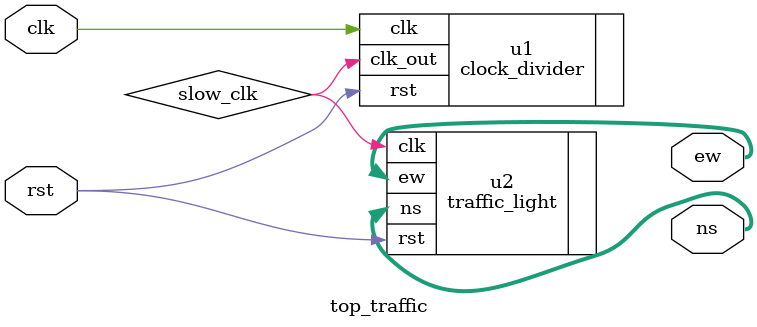
<source format=v>
module top_traffic(
    input clk,       // FPGA 50 MHz clock
    input rst,
    output [1:0] ns, ew
);

wire slow_clk;

// Instantiate Clock Divider
clock_divider #(.DIVISOR(50000000)) u1 (
    .clk(clk),
    .rst(rst),
    .clk_out(slow_clk)
);

// Instantiate Traffic Light Controller
traffic_light u2 (
    .clk(slow_clk),
    .rst(rst),
    .ns(ns),
    .ew(ew)
);

endmodule

</source>
